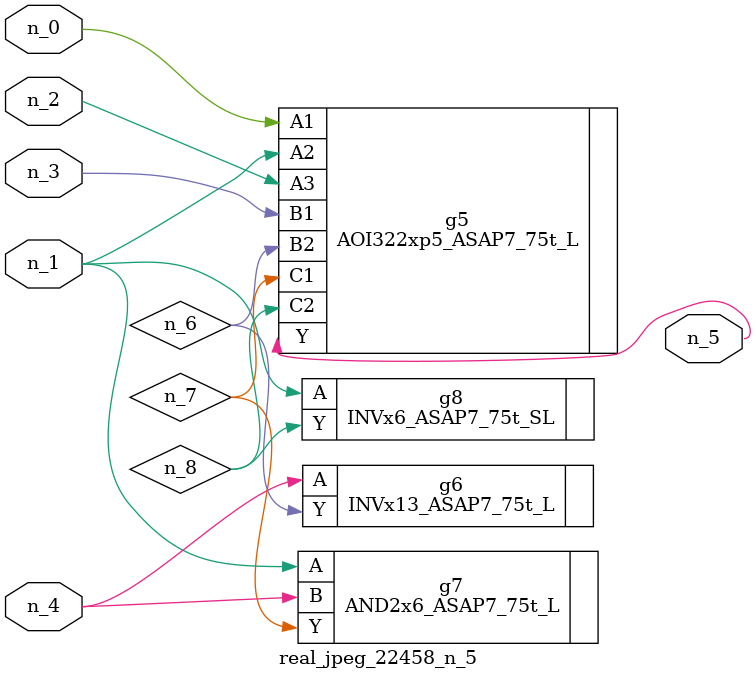
<source format=v>
module real_jpeg_22458_n_5 (n_4, n_0, n_1, n_2, n_3, n_5);

input n_4;
input n_0;
input n_1;
input n_2;
input n_3;

output n_5;

wire n_8;
wire n_6;
wire n_7;

AOI322xp5_ASAP7_75t_L g5 ( 
.A1(n_0),
.A2(n_1),
.A3(n_2),
.B1(n_3),
.B2(n_6),
.C1(n_7),
.C2(n_8),
.Y(n_5)
);

AND2x6_ASAP7_75t_L g7 ( 
.A(n_1),
.B(n_4),
.Y(n_7)
);

INVx6_ASAP7_75t_SL g8 ( 
.A(n_1),
.Y(n_8)
);

INVx13_ASAP7_75t_L g6 ( 
.A(n_4),
.Y(n_6)
);


endmodule
</source>
